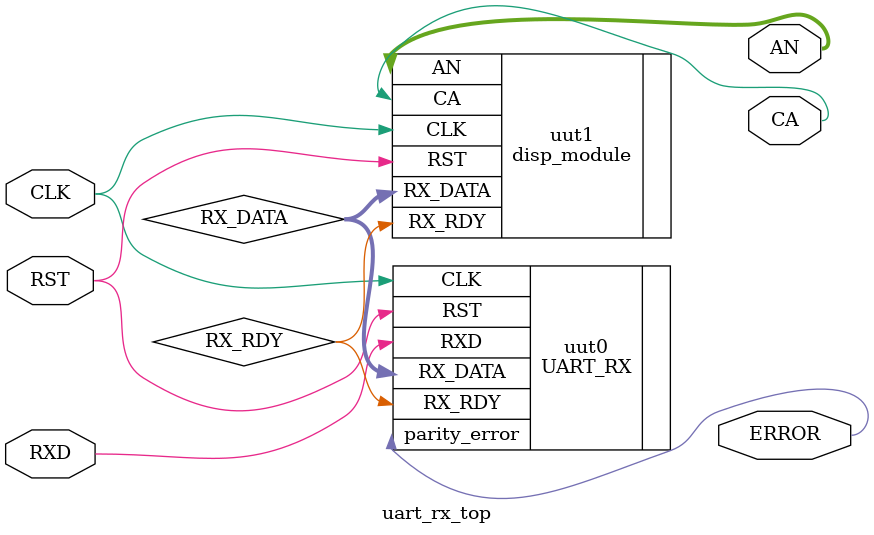
<source format=v>
`timescale 1ns / 1ps


module uart_rx_top(
    input RST,
    input CLK,
    input RXD,
    output [6:0] AN,
    output CA,
    output ERROR
    );
wire RX_RDY;
wire [7:0]RX_DATA;

UART_RX uut0(
    .RST(RST),
    .CLK(CLK),
    .RXD(RXD),
    .RX_RDY(RX_RDY),
    .RX_DATA(RX_DATA),
    .parity_error(ERROR)
    );
    
disp_module uut1(
    .RST(RST),
    .CLK(CLK),
    .RX_RDY(RX_RDY),
    .RX_DATA(RX_DATA),
    .AN(AN),
    .CA(CA)
    );
endmodule

</source>
